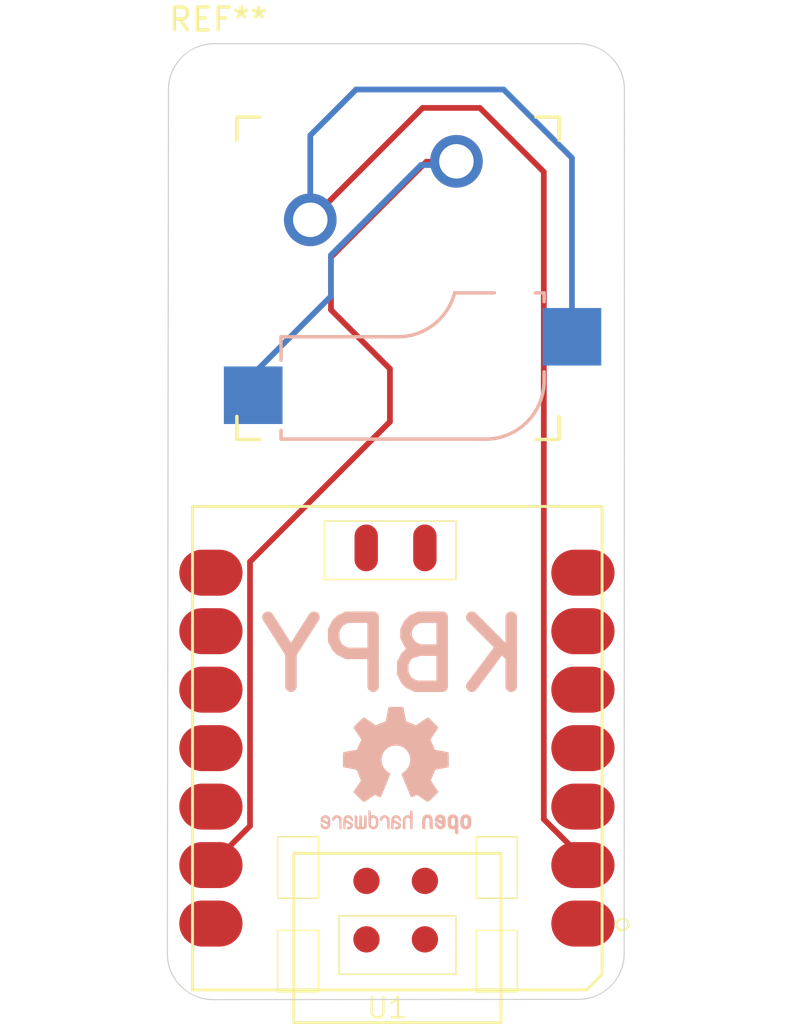
<source format=kicad_pcb>
(kicad_pcb (version 20171130) (host pcbnew "(5.1.6-0-10_14)")
  (layers (0 F.Cu signal) (31 B.Cu signal) (34 B.Paste user) (35 F.Paste user) (36 B.SilkS user) (37 F.SilkS user) (38 B.Mask user) (39 F.Mask user) (44 Edge.Cuts user))
  (net 0 "")
  (net 1 "Net-(SW1-Pad2)")
  (net 2 "Net-(SW1-Pad1)")
  (net 3 "Net-(U1-Pad20)")
  (net 4 "Net-(U1-Pad19)")
  (net 5 "Net-(U1-Pad18)")
  (net 6 "Net-(U1-Pad17)")
  (net 7 "Net-(U1-Pad16)")
  (net 8 "Net-(U1-Pad15)")
  (net 9 "Net-(U1-Pad1)")
  (net 10 "Net-(U1-Pad3)")
  (net 11 "Net-(U1-Pad4)")
  (net 12 "Net-(U1-Pad5)")
  (net 13 "Net-(U1-Pad6)")
  (net 14 "Net-(U1-Pad7)")
  (net 15 "Net-(U1-Pad8)")
  (net 16 "Net-(U1-Pad9)")
  (net 17 "Net-(U1-Pad10)")
  (net 18 "Net-(U1-Pad11)")
  (net 19 "Net-(U1-Pad12)")
  (net 20 "Net-(U1-Pad14)")
  (module Symbol:OSHW-Logo2_7.3x6mm_SilkScreen (layer B.Cu) (at 124.79 115.19 180)
    (fp_text reference REF** hide)
    (fp_text value OSHW-Logo2_7.3x6mm_SilkScreen hide)
    (fp_poly (pts (xy -2.400256 -1.919918) (xy -2.344799 -1.947568) (xy -2.295852 -1.99848) (xy -2.282371 -2.017338) (xy -2.267686 -2.042015) (xy -2.258158 -2.068816) (xy -2.252707 -2.104587) (xy -2.250253 -2.156169) (xy -2.249714 -2.224267) (xy -2.252148 -2.317588) (xy -2.260606 -2.387657) (xy -2.276826 -2.439931) (xy -2.302546 -2.479869) (xy -2.339503 -2.512929) (xy -2.342218 -2.514886) (xy -2.37864 -2.534908) (xy -2.422498 -2.544815) (xy -2.478276 -2.547257) (xy -2.568952 -2.547257) (xy -2.56899 -2.635283) (xy -2.569834 -2.684308) (xy -2.574976 -2.713065) (xy -2.588413 -2.730311) (xy -2.614142 -2.744808) (xy -2.620321 -2.747769) (xy -2.649236 -2.761648) (xy -2.671624 -2.770414) (xy -2.688271 -2.771171) (xy -2.699964 -2.761023) (xy -2.70749 -2.737073) (xy -2.711634 -2.696426) (xy -2.713185 -2.636186) (xy -2.712929 -2.553455) (xy -2.711651 -2.445339) (xy -2.711252 -2.413) (xy -2.709815 -2.301524) (xy -2.708528 -2.228603) (xy -2.569029 -2.228603) (xy -2.568245 -2.290499) (xy -2.56476 -2.330997) (xy -2.556876 -2.357708) (xy -2.542895 -2.378244) (xy -2.533403 -2.38826) (xy -2.494596 -2.417567) (xy -2.460237 -2.419952) (xy -2.424784 -2.39575) (xy -2.423886 -2.394857) (xy -2.409461 -2.376153) (xy -2.400687 -2.350732) (xy -2.396261 -2.311584) (xy -2.394882 -2.251697) (xy -2.394857 -2.23843) (xy -2.398188 -2.155901) (xy -2.409031 -2.098691) (xy -2.42866 -2.063766) (xy -2.45835 -2.048094) (xy -2.475509 -2.046514) (xy -2.516234 -2.053926) (xy -2.544168 -2.07833) (xy -2.560983 -2.12298) (xy -2.56835 -2.19113) (xy -2.569029 -2.228603) (xy -2.708528 -2.228603) (xy -2.708292 -2.215245) (xy -2.706323 -2.150333) (xy -2.70355 -2.102958) (xy -2.699612 -2.06929) (xy -2.694151 -2.045498) (xy -2.686808 -2.027753) (xy -2.677223 -2.012224) (xy -2.673113 -2.006381) (xy -2.618595 -1.951185) (xy -2.549664 -1.91989) (xy -2.469928 -1.911165) (xy -2.400256 -1.919918)) (layer B.SilkS) (width 0.01))
    (fp_poly (pts (xy -1.283907 -1.92778) (xy -1.237328 -1.954723) (xy -1.204943 -1.981466) (xy -1.181258 -2.009484) (xy -1.164941 -2.043748) (xy -1.154661 -2.089227) (xy -1.149086 -2.150892) (xy -1.146884 -2.233711) (xy -1.146629 -2.293246) (xy -1.146629 -2.512391) (xy -1.208314 -2.540044) (xy -1.27 -2.567697) (xy -1.277257 -2.32767) (xy -1.280256 -2.238028) (xy -1.283402 -2.172962) (xy -1.287299 -2.128026) (xy -1.292553 -2.09877) (xy -1.299769 -2.080748) (xy -1.30955 -2.069511) (xy -1.312688 -2.067079) (xy -1.360239 -2.048083) (xy -1.408303 -2.0556) (xy -1.436914 -2.075543) (xy -1.448553 -2.089675) (xy -1.456609 -2.10822) (xy -1.461729 -2.136334) (xy -1.464559 -2.179173) (xy -1.465744 -2.241895) (xy -1.465943 -2.307261) (xy -1.465982 -2.389268) (xy -1.467386 -2.447316) (xy -1.472086 -2.486465) (xy -1.482013 -2.51178) (xy -1.499097 -2.528323) (xy -1.525268 -2.541156) (xy -1.560225 -2.554491) (xy -1.598404 -2.569007) (xy -1.593859 -2.311389) (xy -1.592029 -2.218519) (xy -1.589888 -2.149889) (xy -1.586819 -2.100711) (xy -1.582206 -2.066198) (xy -1.575432 -2.041562) (xy -1.565881 -2.022016) (xy -1.554366 -2.00477) (xy -1.49881 -1.94968) (xy -1.43102 -1.917822) (xy -1.357287 -1.910191) (xy -1.283907 -1.92778)) (layer B.SilkS) (width 0.01))
    (fp_poly (pts (xy -2.958885 -1.921962) (xy -2.890855 -1.957733) (xy -2.840649 -2.015301) (xy -2.822815 -2.052312) (xy -2.808937 -2.107882) (xy -2.801833 -2.178096) (xy -2.80116 -2.254727) (xy -2.806573 -2.329552) (xy -2.81773 -2.394342) (xy -2.834286 -2.440873) (xy -2.839374 -2.448887) (xy -2.899645 -2.508707) (xy -2.971231 -2.544535) (xy -3.048908 -2.55502) (xy -3.127452 -2.53881) (xy -3.149311 -2.529092) (xy -3.191878 -2.499143) (xy -3.229237 -2.459433) (xy -3.232768 -2.454397) (xy -3.247119 -2.430124) (xy -3.256606 -2.404178) (xy -3.26221 -2.370022) (xy -3.264914 -2.321119) (xy -3.265701 -2.250935) (xy -3.265714 -2.2352) (xy -3.265678 -2.230192) (xy -3.120571 -2.230192) (xy -3.119727 -2.29643) (xy -3.116404 -2.340386) (xy -3.109417 -2.368779) (xy -3.097584 -2.388325) (xy -3.091543 -2.394857) (xy -3.056814 -2.41968) (xy -3.023097 -2.418548) (xy -2.989005 -2.397016) (xy -2.968671 -2.374029) (xy -2.956629 -2.340478) (xy -2.949866 -2.287569) (xy -2.949402 -2.281399) (xy -2.948248 -2.185513) (xy -2.960312 -2.114299) (xy -2.98543 -2.068194) (xy -3.02344 -2.047635) (xy -3.037008 -2.046514) (xy -3.072636 -2.052152) (xy -3.097006 -2.071686) (xy -3.111907 -2.109042) (xy -3.119125 -2.16815) (xy -3.120571 -2.230192) (xy -3.265678 -2.230192) (xy -3.265174 -2.160413) (xy -3.262904 -2.108159) (xy -3.257932 -2.071949) (xy -3.249287 -2.045299) (xy -3.235995 -2.021722) (xy -3.233057 -2.017338) (xy -3.183687 -1.958249) (xy -3.129891 -1.923947) (xy -3.064398 -1.910331) (xy -3.042158 -1.909665) (xy -2.958885 -1.921962)) (layer B.SilkS) (width 0.01))
    (fp_poly (pts (xy -1.831697 -1.931239) (xy -1.774473 -1.969735) (xy -1.730251 -2.025335) (xy -1.703833 -2.096086) (xy -1.69849 -2.148162) (xy -1.699097 -2.169893) (xy -1.704178 -2.186531) (xy -1.718145 -2.201437) (xy -1.745411 -2.217973) (xy -1.790388 -2.239498) (xy -1.857489 -2.269374) (xy -1.857829 -2.269524) (xy -1.919593 -2.297813) (xy -1.970241 -2.322933) (xy -2.004596 -2.342179) (xy -2.017482 -2.352848) (xy -2.017486 -2.352934) (xy -2.006128 -2.376166) (xy -1.979569 -2.401774) (xy -1.949077 -2.420221) (xy -1.93363 -2.423886) (xy -1.891485 -2.411212) (xy -1.855192 -2.379471) (xy -1.837483 -2.344572) (xy -1.820448 -2.318845) (xy -1.787078 -2.289546) (xy -1.747851 -2.264235) (xy -1.713244 -2.250471) (xy -1.706007 -2.249714) (xy -1.697861 -2.26216) (xy -1.69737 -2.293972) (xy -1.703357 -2.336866) (xy -1.714643 -2.382558) (xy -1.73005 -2.422761) (xy -1.730829 -2.424322) (xy -1.777196 -2.489062) (xy -1.837289 -2.533097) (xy -1.905535 -2.554711) (xy -1.976362 -2.552185) (xy -2.044196 -2.523804) (xy -2.047212 -2.521808) (xy -2.100573 -2.473448) (xy -2.13566 -2.410352) (xy -2.155078 -2.327387) (xy -2.157684 -2.304078) (xy -2.162299 -2.194055) (xy -2.156767 -2.142748) (xy -2.017486 -2.142748) (xy -2.015676 -2.174753) (xy -2.005778 -2.184093) (xy -1.981102 -2.177105) (xy -1.942205 -2.160587) (xy -1.898725 -2.139881) (xy -1.897644 -2.139333) (xy -1.860791 -2.119949) (xy -1.846 -2.107013) (xy -1.849647 -2.093451) (xy -1.865005 -2.075632) (xy -1.904077 -2.049845) (xy -1.946154 -2.04795) (xy -1.983897 -2.066717) (xy -2.009966 -2.102915) (xy -2.017486 -2.142748) (xy -2.156767 -2.142748) (xy -2.152806 -2.106027) (xy -2.12845 -2.036212) (xy -2.094544 -1.987302) (xy -2.033347 -1.937878) (xy -1.965937 -1.913359) (xy -1.89712 -1.911797) (xy -1.831697 -1.931239)) (layer B.SilkS) (width 0.01))
    (fp_poly (pts (xy -0.624114 -1.851289) (xy -0.619861 -1.910613) (xy -0.614975 -1.945572) (xy -0.608205 -1.96082) (xy -0.598298 -1.961015) (xy -0.595086 -1.959195) (xy -0.552356 -1.946015) (xy -0.496773 -1.946785) (xy -0.440263 -1.960333) (xy -0.404918 -1.977861) (xy -0.368679 -2.005861) (xy -0.342187 -2.037549) (xy -0.324001 -2.077813) (xy -0.312678 -2.131543) (xy -0.306778 -2.203626) (xy -0.304857 -2.298951) (xy -0.304823 -2.317237) (xy -0.3048 -2.522646) (xy -0.350509 -2.53858) (xy -0.382973 -2.54942) (xy -0.400785 -2.554468) (xy -0.401309 -2.554514) (xy -0.403063 -2.540828) (xy -0.404556 -2.503076) (xy -0.405674 -2.446224) (xy -0.406303 -2.375234) (xy -0.4064 -2.332073) (xy -0.406602 -2.246973) (xy -0.407642 -2.185981) (xy -0.410169 -2.144177) (xy -0.414836 -2.116642) (xy -0.422293 -2.098456) (xy -0.433189 -2.084698) (xy -0.439993 -2.078073) (xy -0.486728 -2.051375) (xy -0.537728 -2.049375) (xy -0.583999 -2.071955) (xy -0.592556 -2.080107) (xy -0.605107 -2.095436) (xy -0.613812 -2.113618) (xy -0.619369 -2.139909) (xy -0.622474 -2.179562) (xy -0.623824 -2.237832) (xy -0.624114 -2.318173) (xy -0.624114 -2.522646) (xy -0.669823 -2.53858) (xy -0.702287 -2.54942) (xy -0.720099 -2.554468) (xy -0.720623 -2.554514) (xy -0.721963 -2.540623) (xy -0.723172 -2.501439) (xy -0.724199 -2.4407) (xy -0.724998 -2.362141) (xy -0.725519 -2.269498) (xy -0.725714 -2.166509) (xy -0.725714 -1.769342) (xy -0.678543 -1.749444) (xy -0.631371 -1.729547) (xy -0.624114 -1.851289)) (layer B.SilkS) (width 0.01))
    (fp_poly (pts (xy 0.039744 -1.950968) (xy 0.096616 -1.972087) (xy 0.097267 -1.972493) (xy 0.13244 -1.99838) (xy 0.158407 -2.028633) (xy 0.17667 -2.068058) (xy 0.188732 -2.121462) (xy 0.196096 -2.193651) (xy 0.200264 -2.289432) (xy 0.200629 -2.303078) (xy 0.205876 -2.508842) (xy 0.161716 -2.531678) (xy 0.129763 -2.54711) (xy 0.11047 -2.554423) (xy 0.109578 -2.554514) (xy 0.106239 -2.541022) (xy 0.103587 -2.504626) (xy 0.101956 -2.451452) (xy 0.1016 -2.408393) (xy 0.101592 -2.338641) (xy 0.098403 -2.294837) (xy 0.087288 -2.273944) (xy 0.063501 -2.272925) (xy 0.022296 -2.288741) (xy -0.039914 -2.317815) (xy -0.085659 -2.341963) (xy -0.109187 -2.362913) (xy -0.116104 -2.385747) (xy -0.116114 -2.386877) (xy -0.104701 -2.426212) (xy -0.070908 -2.447462) (xy -0.019191 -2.450539) (xy 0.018061 -2.450006) (xy 0.037703 -2.460735) (xy 0.049952 -2.486505) (xy 0.057002 -2.519337) (xy 0.046842 -2.537966) (xy 0.043017 -2.540632) (xy 0.007001 -2.55134) (xy -0.043434 -2.552856) (xy -0.095374 -2.545759) (xy -0.132178 -2.532788) (xy -0.183062 -2.489585) (xy -0.211986 -2.429446) (xy -0.217714 -2.382462) (xy -0.213343 -2.340082) (xy -0.197525 -2.305488) (xy -0.166203 -2.274763) (xy -0.115322 -2.24399) (xy -0.040824 -2.209252) (xy -0.036286 -2.207288) (xy 0.030821 -2.176287) (xy 0.072232 -2.150862) (xy 0.089981 -2.128014) (xy 0.086107 -2.104745) (xy 0.062643 -2.078056) (xy 0.055627 -2.071914) (xy 0.00863 -2.0481) (xy -0.040067 -2.049103) (xy -0.082478 -2.072451) (xy -0.110616 -2.115675) (xy -0.113231 -2.12416) (xy -0.138692 -2.165308) (xy -0.170999 -2.185128) (xy -0.217714 -2.20477) (xy -0.217714 -2.15395) (xy -0.203504 -2.080082) (xy -0.161325 -2.012327) (xy -0.139376 -1.989661) (xy -0.089483 -1.960569) (xy -0.026033 -1.9474) (xy 0.039744 -1.950968)) (layer B.SilkS) (width 0.01))
    (fp_poly (pts (xy 0.529926 -1.949755) (xy 0.595858 -1.974084) (xy 0.649273 -2.017117) (xy 0.670164 -2.047409) (xy 0.692939 -2.102994) (xy 0.692466 -2.143186) (xy 0.668562 -2.170217) (xy 0.659717 -2.174813) (xy 0.62153 -2.189144) (xy 0.602028 -2.185472) (xy 0.595422 -2.161407) (xy 0.595086 -2.148114) (xy 0.582992 -2.09921) (xy 0.551471 -2.064999) (xy 0.507659 -2.048476) (xy 0.458695 -2.052634) (xy 0.418894 -2.074227) (xy 0.40545 -2.086544) (xy 0.395921 -2.101487) (xy 0.389485 -2.124075) (xy 0.385317 -2.159328) (xy 0.382597 -2.212266) (xy 0.380502 -2.287907) (xy 0.37996 -2.311857) (xy 0.377981 -2.39379) (xy 0.375731 -2.451455) (xy 0.372357 -2.489608) (xy 0.367006 -2.513004) (xy 0.358824 -2.526398) (xy 0.346959 -2.534545) (xy 0.339362 -2.538144) (xy 0.307102 -2.550452) (xy 0.288111 -2.554514) (xy 0.281836 -2.540948) (xy 0.278006 -2.499934) (xy 0.2766 -2.430999) (xy 0.277598 -2.333669) (xy 0.277908 -2.318657) (xy 0.280101 -2.229859) (xy 0.282693 -2.165019) (xy 0.286382 -2.119067) (xy 0.291864 -2.086935) (xy 0.299835 -2.063553) (xy 0.310993 -2.043852) (xy 0.31683 -2.03541) (xy 0.350296 -1.998057) (xy 0.387727 -1.969003) (xy 0.392309 -1.966467) (xy 0.459426 -1.946443) (xy 0.529926 -1.949755)) (layer B.SilkS) (width 0.01))
    (fp_poly (pts (xy 1.190117 -2.065358) (xy 1.189933 -2.173837) (xy 1.189219 -2.257287) (xy 1.187675 -2.319704) (xy 1.185001 -2.365085) (xy 1.180894 -2.397429) (xy 1.175055 -2.420733) (xy 1.167182 -2.438995) (xy 1.161221 -2.449418) (xy 1.111855 -2.505945) (xy 1.049264 -2.541377) (xy 0.980013 -2.55409) (xy 0.910668 -2.542463) (xy 0.869375 -2.521568) (xy 0.826025 -2.485422) (xy 0.796481 -2.441276) (xy 0.778655 -2.383462) (xy 0.770463 -2.306313) (xy 0.769302 -2.249714) (xy 0.769458 -2.245647) (xy 0.870857 -2.245647) (xy 0.871476 -2.31055) (xy 0.874314 -2.353514) (xy 0.88084 -2.381622) (xy 0.892523 -2.401953) (xy 0.906483 -2.417288) (xy 0.953365 -2.44689) (xy 1.003701 -2.449419) (xy 1.051276 -2.424705) (xy 1.054979 -2.421356) (xy 1.070783 -2.403935) (xy 1.080693 -2.383209) (xy 1.086058 -2.352362) (xy 1.088228 -2.304577) (xy 1.088571 -2.251748) (xy 1.087827 -2.185381) (xy 1.084748 -2.141106) (xy 1.078061 -2.112009) (xy 1.066496 -2.091173) (xy 1.057013 -2.080107) (xy 1.01296 -2.052198) (xy 0.962224 -2.048843) (xy 0.913796 -2.070159) (xy 0.90445 -2.078073) (xy 0.88854 -2.095647) (xy 0.87861 -2.116587) (xy 0.873278 -2.147782) (xy 0.871163 -2.196122) (xy 0.870857 -2.245647) (xy 0.769458 -2.245647) (xy 0.77281 -2.158568) (xy 0.784726 -2.090086) (xy 0.807135 -2.0386) (xy 0.842124 -1.998443) (xy 0.869375 -1.977861) (xy 0.918907 -1.955625) (xy 0.976316 -1.945304) (xy 1.029682 -1.948067) (xy 1.059543 -1.959212) (xy 1.071261 -1.962383) (xy 1.079037 -1.950557) (xy 1.084465 -1.918866) (xy 1.088571 -1.870593) (xy 1.093067 -1.816829) (xy 1.099313 -1.784482) (xy 1.110676 -1.765985) (xy 1.130528 -1.75377) (xy 1.143 -1.748362) (xy 1.190171 -1.728601) (xy 1.190117 -2.065358)) (layer B.SilkS) (width 0.01))
    (fp_poly (pts (xy 1.779833 -1.958663) (xy 1.782048 -1.99685) (xy 1.783784 -2.054886) (xy 1.784899 -2.12818) (xy 1.785257 -2.205055) (xy 1.785257 -2.465196) (xy 1.739326 -2.511127) (xy 1.707675 -2.539429) (xy 1.67989 -2.550893) (xy 1.641915 -2.550168) (xy 1.62684 -2.548321) (xy 1.579726 -2.542948) (xy 1.540756 -2.539869) (xy 1.531257 -2.539585) (xy 1.499233 -2.541445) (xy 1.453432 -2.546114) (xy 1.435674 -2.548321) (xy 1.392057 -2.551735) (xy 1.362745 -2.54432) (xy 1.33368 -2.521427) (xy 1.323188 -2.511127) (xy 1.277257 -2.465196) (xy 1.277257 -1.978602) (xy 1.314226 -1.961758) (xy 1.346059 -1.949282) (xy 1.364683 -1.944914) (xy 1.369458 -1.958718) (xy 1.373921 -1.997286) (xy 1.377775 -2.056356) (xy 1.380722 -2.131663) (xy 1.382143 -2.195286) (xy 1.386114 -2.445657) (xy 1.420759 -2.450556) (xy 1.452268 -2.447131) (xy 1.467708 -2.436041) (xy 1.472023 -2.415308) (xy 1.475708 -2.371145) (xy 1.478469 -2.309146) (xy 1.480012 -2.234909) (xy 1.480235 -2.196706) (xy 1.480457 -1.976783) (xy 1.526166 -1.960849) (xy 1.558518 -1.950015) (xy 1.576115 -1.944962) (xy 1.576623 -1.944914) (xy 1.578388 -1.958648) (xy 1.580329 -1.99673) (xy 1.582282 -2.054482) (xy 1.584084 -2.127227) (xy 1.585343 -2.195286) (xy 1.589314 -2.445657) (xy 1.6764 -2.445657) (xy 1.680396 -2.21724) (xy 1.684392 -1.988822) (xy 1.726847 -1.966868) (xy 1.758192 -1.951793) (xy 1.776744 -1.944951) (xy 1.777279 -1.944914) (xy 1.779833 -1.958663)) (layer B.SilkS) (width 0.01))
    (fp_poly (pts (xy 2.144876 -1.956335) (xy 2.186667 -1.975344) (xy 2.219469 -1.998378) (xy 2.243503 -2.024133) (xy 2.260097 -2.057358) (xy 2.270577 -2.1028) (xy 2.276271 -2.165207) (xy 2.278507 -2.249327) (xy 2.278743 -2.304721) (xy 2.278743 -2.520826) (xy 2.241774 -2.53767) (xy 2.212656 -2.549981) (xy 2.198231 -2.554514) (xy 2.195472 -2.541025) (xy 2.193282 -2.504653) (xy 2.191942 -2.451542) (xy 2.191657 -2.409372) (xy 2.190434 -2.348447) (xy 2.187136 -2.300115) (xy 2.182321 -2.270518) (xy 2.178496 -2.264229) (xy 2.152783 -2.270652) (xy 2.112418 -2.287125) (xy 2.065679 -2.309458) (xy 2.020845 -2.333457) (xy 1.986193 -2.35493) (xy 1.970002 -2.369685) (xy 1.969938 -2.369845) (xy 1.97133 -2.397152) (xy 1.983818 -2.423219) (xy 2.005743 -2.444392) (xy 2.037743 -2.451474) (xy 2.065092 -2.450649) (xy 2.103826 -2.450042) (xy 2.124158 -2.459116) (xy 2.136369 -2.483092) (xy 2.137909 -2.487613) (xy 2.143203 -2.521806) (xy 2.129047 -2.542568) (xy 2.092148 -2.552462) (xy 2.052289 -2.554292) (xy 1.980562 -2.540727) (xy 1.943432 -2.521355) (xy 1.897576 -2.475845) (xy 1.873256 -2.419983) (xy 1.871073 -2.360957) (xy 1.891629 -2.305953) (xy 1.922549 -2.271486) (xy 1.95342 -2.252189) (xy 2.001942 -2.227759) (xy 2.058485 -2.202985) (xy 2.06791 -2.199199) (xy 2.130019 -2.171791) (xy 2.165822 -2.147634) (xy 2.177337 -2.123619) (xy 2.16658 -2.096635) (xy 2.148114 -2.075543) (xy 2.104469 -2.049572) (xy 2.056446 -2.047624) (xy 2.012406 -2.067637) (xy 1.980709 -2.107551) (xy 1.976549 -2.117848) (xy 1.952327 -2.155724) (xy 1.916965 -2.183842) (xy 1.872343 -2.206917) (xy 1.872343 -2.141485) (xy 1.874969 -2.101506) (xy 1.88623 -2.069997) (xy 1.911199 -2.036378) (xy 1.935169 -2.010484) (xy 1.972441 -1.973817) (xy 2.001401 -1.954121) (xy 2.032505 -1.94622) (xy 2.067713 -1.944914) (xy 2.144876 -1.956335)) (layer B.SilkS) (width 0.01))
    (fp_poly (pts (xy 2.6526 -1.958752) (xy 2.669948 -1.966334) (xy 2.711356 -1.999128) (xy 2.746765 -2.046547) (xy 2.768664 -2.097151) (xy 2.772229 -2.122098) (xy 2.760279 -2.156927) (xy 2.734067 -2.175357) (xy 2.705964 -2.186516) (xy 2.693095 -2.188572) (xy 2.686829 -2.173649) (xy 2.674456 -2.141175) (xy 2.669028 -2.126502) (xy 2.63859 -2.075744) (xy 2.59452 -2.050427) (xy 2.53801 -2.051206) (xy 2.533825 -2.052203) (xy 2.503655 -2.066507) (xy 2.481476 -2.094393) (xy 2.466327 -2.139287) (xy 2.45725 -2.204615) (xy 2.453286 -2.293804) (xy 2.452914 -2.341261) (xy 2.45273 -2.416071) (xy 2.451522 -2.467069) (xy 2.448309 -2.499471) (xy 2.442109 -2.518495) (xy 2.43194 -2.529356) (xy 2.416819 -2.537272) (xy 2.415946 -2.53767) (xy 2.386828 -2.549981) (xy 2.372403 -2.554514) (xy 2.370186 -2.540809) (xy 2.368289 -2.502925) (xy 2.366847 -2.445715) (xy 2.365998 -2.374027) (xy 2.365829 -2.321565) (xy 2.366692 -2.220047) (xy 2.37007 -2.143032) (xy 2.377142 -2.086023) (xy 2.389088 -2.044526) (xy 2.40709 -2.014043) (xy 2.432327 -1.99008) (xy 2.457247 -1.973355) (xy 2.517171 -1.951097) (xy 2.586911 -1.946076) (xy 2.6526 -1.958752)) (layer B.SilkS) (width 0.01))
    (fp_poly (pts (xy 3.153595 -1.966966) (xy 3.211021 -2.004497) (xy 3.238719 -2.038096) (xy 3.260662 -2.099064) (xy 3.262405 -2.147308) (xy 3.258457 -2.211816) (xy 3.109686 -2.276934) (xy 3.037349 -2.310202) (xy 2.990084 -2.336964) (xy 2.965507 -2.360144) (xy 2.961237 -2.382667) (xy 2.974889 -2.407455) (xy 2.989943 -2.423886) (xy 3.033746 -2.450235) (xy 3.081389 -2.452081) (xy 3.125145 -2.431546) (xy 3.157289 -2.390752) (xy 3.163038 -2.376347) (xy 3.190576 -2.331356) (xy 3.222258 -2.312182) (xy 3.265714 -2.295779) (xy 3.265714 -2.357966) (xy 3.261872 -2.400283) (xy 3.246823 -2.435969) (xy 3.21528 -2.476943) (xy 3.210592 -2.482267) (xy 3.175506 -2.51872) (xy 3.145347 -2.538283) (xy 3.107615 -2.547283) (xy 3.076335 -2.55023) (xy 3.020385 -2.550965) (xy 2.980555 -2.54166) (xy 2.955708 -2.527846) (xy 2.916656 -2.497467) (xy 2.889625 -2.464613) (xy 2.872517 -2.423294) (xy 2.863238 -2.367521) (xy 2.859693 -2.291305) (xy 2.85941 -2.252622) (xy 2.860372 -2.206247) (xy 2.948007 -2.206247) (xy 2.949023 -2.231126) (xy 2.951556 -2.2352) (xy 2.968274 -2.229665) (xy 3.004249 -2.215017) (xy 3.052331 -2.19419) (xy 3.062386 -2.189714) (xy 3.123152 -2.158814) (xy 3.156632 -2.131657) (xy 3.16399 -2.10622) (xy 3.146391 -2.080481) (xy 3.131856 -2.069109) (xy 3.07941 -2.046364) (xy 3.030322 -2.050122) (xy 2.989227 -2.077884) (xy 2.960758 -2.127152) (xy 2.951631 -2.166257) (xy 2.948007 -2.206247) (xy 2.860372 -2.206247) (xy 2.861285 -2.162249) (xy 2.868196 -2.095384) (xy 2.881884 -2.046695) (xy 2.904096 -2.010849) (xy 2.936574 -1.982513) (xy 2.950733 -1.973355) (xy 3.015053 -1.949507) (xy 3.085473 -1.948006) (xy 3.153595 -1.966966)) (layer B.SilkS) (width 0.01))
    (fp_poly (pts (xy 0.10391 2.757652) (xy 0.182454 2.757222) (xy 0.239298 2.756058) (xy 0.278105 2.753793) (xy 0.302538 2.75006) (xy 0.316262 2.744494) (xy 0.32294 2.736727) (xy 0.326236 2.726395) (xy 0.326556 2.725057) (xy 0.331562 2.700921) (xy 0.340829 2.653299) (xy 0.353392 2.587259) (xy 0.368287 2.507872) (xy 0.384551 2.420204) (xy 0.385119 2.417125) (xy 0.40141 2.331211) (xy 0.416652 2.255304) (xy 0.429861 2.193955) (xy 0.440054 2.151718) (xy 0.446248 2.133145) (xy 0.446543 2.132816) (xy 0.464788 2.123747) (xy 0.502405 2.108633) (xy 0.551271 2.090738) (xy 0.551543 2.090642) (xy 0.613093 2.067507) (xy 0.685657 2.038035) (xy 0.754057 2.008403) (xy 0.757294 2.006938) (xy 0.868702 1.956374) (xy 1.115399 2.12484) (xy 1.191077 2.176197) (xy 1.259631 2.222111) (xy 1.317088 2.25997) (xy 1.359476 2.287163) (xy 1.382825 2.301079) (xy 1.385042 2.302111) (xy 1.40201 2.297516) (xy 1.433701 2.275345) (xy 1.481352 2.234553) (xy 1.546198 2.174095) (xy 1.612397 2.109773) (xy 1.676214 2.046388) (xy 1.733329 1.988549) (xy 1.780305 1.939825) (xy 1.813703 1.90379) (xy 1.830085 1.884016) (xy 1.830694 1.882998) (xy 1.832505 1.869428) (xy 1.825683 1.847267) (xy 1.80854 1.813522) (xy 1.779393 1.7652) (xy 1.736555 1.699308) (xy 1.679448 1.614483) (xy 1.628766 1.539823) (xy 1.583461 1.47286) (xy 1.54615 1.417484) (xy 1.519452 1.37758) (xy 1.505985 1.357038) (xy 1.505137 1.355644) (xy 1.506781 1.335962) (xy 1.519245 1.297707) (xy 1.540048 1.248111) (xy 1.547462 1.232272) (xy 1.579814 1.16171) (xy 1.614328 1.081647) (xy 1.642365 1.012371) (xy 1.662568 0.960955) (xy 1.678615 0.921881) (xy 1.687888 0.901459) (xy 1.689041 0.899886) (xy 1.706096 0.897279) (xy 1.746298 0.890137) (xy 1.804302 0.879477) (xy 1.874763 0.866315) (xy 1.952335 0.851667) (xy 2.031672 0.836551) (xy 2.107431 0.821982) (xy 2.174264 0.808978) (xy 2.226828 0.798555) (xy 2.259776 0.79173) (xy 2.267857 0.789801) (xy 2.276205 0.785038) (xy 2.282506 0.774282) (xy 2.287045 0.753902) (xy 2.290104 0.720266) (xy 2.291967 0.669745) (xy 2.292918 0.598708) (xy 2.29324 0.503524) (xy 2.293257 0.464508) (xy 2.293257 0.147201) (xy 2.217057 0.132161) (xy 2.174663 0.124005) (xy 2.1114 0.112101) (xy 2.034962 0.097884) (xy 1.953043 0.08279) (xy 1.9304 0.078645) (xy 1.854806 0.063947) (xy 1.788953 0.049495) (xy 1.738366 0.036625) (xy 1.708574 0.026678) (xy 1.703612 0.023713) (xy 1.691426 0.002717) (xy 1.673953 -0.037967) (xy 1.654577 -0.090322) (xy 1.650734 -0.1016) (xy 1.625339 -0.171523) (xy 1.593817 -0.250418) (xy 1.562969 -0.321266) (xy 1.562817 -0.321595) (xy 1.511447 -0.432733) (xy 1.680399 -0.681253) (xy 1.849352 -0.929772) (xy 1.632429 -1.147058) (xy 1.566819 -1.211726) (xy 1.506979 -1.268733) (xy 1.456267 -1.315033) (xy 1.418046 -1.347584) (xy 1.395675 -1.363343) (xy 1.392466 -1.364343) (xy 1.373626 -1.356469) (xy 1.33518 -1.334578) (xy 1.28133 -1.301267) (xy 1.216276 -1.259131) (xy 1.14594 -1.211943) (xy 1.074555 -1.16381) (xy 1.010908 -1.121928) (xy 0.959041 -1.088871) (xy 0.922995 -1.067218) (xy 0.906867 -1.059543) (xy 0.887189 -1.066037) (xy 0.849875 -1.08315) (xy 0.802621 -1.107326) (xy 0.797612 -1.110013) (xy 0.733977 -1.141927) (xy 0.690341 -1.157579) (xy 0.663202 -1.157745) (xy 0.649057 -1.143204) (xy 0.648975 -1.143) (xy 0.641905 -1.125779) (xy 0.625042 -1.084899) (xy 0.599695 -1.023525) (xy 0.567171 -0.944819) (xy 0.528778 -0.851947) (xy 0.485822 -0.748072) (xy 0.444222 -0.647502) (xy 0.398504 -0.536516) (xy 0.356526 -0.433703) (xy 0.319548 -0.342215) (xy 0.288827 -0.265201) (xy 0.265622 -0.205815) (xy 0.25119 -0.167209) (xy 0.246743 -0.1528) (xy 0.257896 -0.136272) (xy 0.287069 -0.10993) (xy 0.325971 -0.080887) (xy 0.436757 0.010961) (xy 0.523351 0.116241) (xy 0.584716 0.232734) (xy 0.619815 0.358224) (xy 0.627608 0.490493) (xy 0.621943 0.551543) (xy 0.591078 0.678205) (xy 0.53792 0.790059) (xy 0.465767 0.885999) (xy 0.377917 0.964924) (xy 0.277665 1.02573) (xy 0.16831 1.067313) (xy 0.053147 1.088572) (xy -0.064525 1.088401) (xy -0.18141 1.065699) (xy -0.294211 1.019362) (xy -0.399631 0.948287) (xy -0.443632 0.908089) (xy -0.528021 0.804871) (xy -0.586778 0.692075) (xy -0.620296 0.57299) (xy -0.628965 0.450905) (xy -0.613177 0.329107) (xy -0.573322 0.210884) (xy -0.509793 0.099525) (xy -0.422979 -0.001684) (xy -0.325971 -0.080887) (xy -0.285563 -0.111162) (xy -0.257018 -0.137219) (xy -0.246743 -0.152825) (xy -0.252123 -0.169843) (xy -0.267425 -0.2105) (xy -0.291388 -0.271642) (xy -0.322756 -0.350119) (xy -0.360268 -0.44278) (xy -0.402667 -0.546472) (xy -0.444337 -0.647526) (xy -0.49031 -0.758607) (xy -0.532893 -0.861541) (xy -0.570779 -0.953165) (xy -0.60266 -1.030316) (xy -0.627229 -1.089831) (xy -0.64318 -1.128544) (xy -0.64909 -1.143) (xy -0.663052 -1.157685) (xy -0.69006 -1.157642) (xy -0.733587 -1.142099) (xy -0.79711 -1.110284) (xy -0.797612 -1.110013) (xy -0.84544 -1.085323) (xy -0.884103 -1.067338) (xy -0.905905 -1.059614) (xy -0.906867 -1.059543) (xy -0.923279 -1.067378) (xy -0.959513 -1.089165) (xy -1.011526 -1.122328) (xy -1.075275 -1.164291) (xy -1.14594 -1.211943) (xy -1.217884 -1.260191) (xy -1.282726 -1.302151) (xy -1.336265 -1.335227) (xy -1.374303 -1.356821) (xy -1.392467 -1.364343) (xy -1.409192 -1.354457) (xy -1.44282 -1.326826) (xy -1.48999 -1.284495) (xy -1.547342 -1.230505) (xy -1.611516 -1.167899) (xy -1.632503 -1.146983) (xy -1.849501 -0.929623) (xy -1.684332 -0.68722) (xy -1.634136 -0.612781) (xy -1.590081 -0.545972) (xy -1.554638 -0.490665) (xy -1.530281 -0.450729) (xy -1.519478 -0.430036) (xy -1.519162 -0.428563) (xy -1.524857 -0.409058) (xy -1.540174 -0.369822) (xy -1.562463 -0.31743) (xy -1.578107 -0.282355) (xy -1.607359 -0.215201) (xy -1.634906 -0.147358) (xy -1.656263 -0.090034) (xy -1.662065 -0.072572) (xy -1.678548 -0.025938) (xy -1.69466 0.010095) (xy -1.70351 0.023713) (xy -1.72304 0.032048) (xy -1.765666 0.043863) (xy -1.825855 0.057819) (xy -1.898078 0.072578) (xy -1.9304 0.078645) (xy -2.012478 0.093727) (xy -2.091205 0.108331) (xy -2.158891 0.12102) (xy -2.20784 0.130358) (xy -2.217057 0.132161) (xy -2.293257 0.147201) (xy -2.293257 0.464508) (xy -2.293086 0.568846) (xy -2.292384 0.647787) (xy -2.290866 0.704962) (xy -2.288251 0.744001) (xy -2.284254 0.768535) (xy -2.278591 0.782195) (xy -2.27098 0.788611) (xy -2.267857 0.789801) (xy -2.249022 0.79402) (xy -2.207412 0.802438) (xy -2.14837 0.814039) (xy -2.077243 0.827805) (xy -1.999375 0.84272) (xy -1.920113 0.857768) (xy -1.844802 0.871931) (xy -1.778787 0.884194) (xy -1.727413 0.893539) (xy -1.696025 0.89895) (xy -1.689041 0.899886) (xy -1.682715 0.912404) (xy -1.66871 0.945754) (xy -1.649645 0.993623) (xy -1.642366 1.012371) (xy -1.613004 1.084805) (xy -1.578429 1.16483) (xy -1.547463 1.232272) (xy -1.524677 1.283841) (xy -1.509518 1.326215) (xy -1.504458 1.352166) (xy -1.505264 1.355644) (xy -1.515959 1.372064) (xy -1.54038 1.408583) (xy -1.575905 1.461313) (xy -1.619913 1.526365) (xy -1.669783 1.599849) (xy -1.679644 1.614355) (xy -1.737508 1.700296) (xy -1.780044 1.765739) (xy -1.808946 1.813696) (xy -1.82591 1.84718) (xy -1.832633 1.869205) (xy -1.83081 1.882783) (xy -1.830764 1.882869) (xy -1.816414 1.900703) (xy -1.784677 1.935183) (xy -1.73899 1.982732) (xy -1.682796 2.039778) (xy -1.619532 2.102745) (xy -1.612398 2.109773) (xy -1.53267 2.18698) (xy -1.471143 2.24367) (xy -1.426579 2.28089) (xy -1.397743 2.299685) (xy -1.385042 2.302111) (xy -1.366506 2.291529) (xy -1.328039 2.267084) (xy -1.273614 2.231388) (xy -1.207202 2.187053) (xy -1.132775 2.136689) (xy -1.115399 2.12484) (xy -0.868703 1.956374) (xy -0.757294 2.006938) (xy -0.689543 2.036405) (xy -0.616817 2.066041) (xy -0.554297 2.08967) (xy -0.551543 2.090642) (xy -0.50264 2.108543) (xy -0.464943 2.12368) (xy -0.446575 2.13279) (xy -0.446544 2.132816) (xy -0.440715 2.149283) (xy -0.430808 2.189781) (xy -0.417805 2.249758) (xy -0.402691 2.32466) (xy -0.386448 2.409936) (xy -0.385119 2.417125) (xy -0.368825 2.504986) (xy -0.353867 2.58474) (xy -0.341209 2.651319) (xy -0.331814 2.699653) (xy -0.326646 2.724675) (xy -0.326556 2.725057) (xy -0.323411 2.735701) (xy -0.317296 2.743738) (xy -0.304547 2.749533) (xy -0.2815 2.753453) (xy -0.244491 2.755865) (xy -0.189856 2.757135) (xy -0.113933 2.757629) (xy -0.013056 2.757714) (xy 0 2.757714) (xy 0.10391 2.757652)) (layer B.SilkS) (width 0.01))
  )
  (module MountingHole:MountingHole_2.2mm_M2 (layer F.Cu) (at 132.66 102.12)
    (fp_text reference REF** hide)
    (fp_text value MountingHole_2.2mm_M2)
    (pad 1 np_thru_hole circle (at 0 0) (size 2.2 2.2) (drill 2.2) (layers *.Cu *.Mask))
  )
  (module MountingHole:MountingHole_2.2mm_M2 (layer F.Cu) (at 117.07 85.77)
    (fp_text reference REF** (at 0 -3.2) (layer F.SilkS))
    (fp_text value MountingHole_2.2mm_M2)
    (pad 1 np_thru_hole circle (at 0 0) (size 2.2 2.2) (drill 2.2) (layers *.Cu *.Mask))
  )
  (module Hotswap:Kailh_socket_MX_optional (layer F.Cu) (at 124.88 93.81)
    (fp_text reference SW1 hide)
    (fp_text value MX)
    (fp_line (start -7 -6) (end -7 -7) (layer F.SilkS) (width 0.15))
    (fp_line (start -7 7) (end -6 7) (layer F.SilkS) (width 0.15))
    (fp_line (start -6 -7) (end -7 -7) (layer F.SilkS) (width 0.15))
    (fp_line (start -7 7) (end -7 6) (layer F.SilkS) (width 0.15))
    (fp_line (start 7 6) (end 7 7) (layer F.SilkS) (width 0.15))
    (fp_line (start 7 -7) (end 6 -7) (layer F.SilkS) (width 0.15))
    (fp_line (start 6 7) (end 7 7) (layer F.SilkS) (width 0.15))
    (fp_line (start 7 -7) (end 7 -6) (layer F.SilkS) (width 0.15))
    (fp_line (start 6.35 4.445) (end 6.35 4.064) (layer B.SilkS) (width 0.15))
    (fp_line (start 6.35 1.016) (end 6.35 0.635) (layer B.SilkS) (width 0.15))
    (fp_line (start 6.35 0.635) (end 5.969 0.635) (layer B.SilkS) (width 0.15))
    (fp_line (start 4.191 0.635) (end 2.54 0.635) (layer B.SilkS) (width 0.15))
    (fp_line (start 0 2.54) (end -5.08 2.54) (layer B.SilkS) (width 0.15))
    (fp_line (start -5.08 2.54) (end -5.08 3.556) (layer B.SilkS) (width 0.15))
    (fp_line (start -5.08 6.604) (end -5.08 6.985) (layer B.SilkS) (width 0.15))
    (fp_line (start -5.08 6.985) (end 3.81 6.985) (layer B.SilkS) (width 0.15))
    (fp_arc (start 0 0) (end 0 2.54) (angle -75.96375653) (layer B.SilkS) (width 0.15))
    (fp_arc (start 3.81 4.445) (end 3.81 6.985) (angle -90) (layer B.SilkS) (width 0.15))
    (pad 2 smd rect (at 7.56 2.54) (size 2.55 2.5) (layers B.Cu B.Paste B.Mask) (net 1 "Net-(SW1-Pad2)"))
    (pad "" np_thru_hole circle (at -5.08 0) (size 1.7018 1.7018) (drill 1.7018) (layers *.Cu *.Mask))
    (pad "" np_thru_hole circle (at 5.08 0) (size 1.7018 1.7018) (drill 1.7018) (layers *.Cu *.Mask))
    (pad 2 thru_hole circle (at -3.81 -2.54) (size 2.286 2.286) (drill 1.4986) (layers *.Cu *.Mask) (net 1 "Net-(SW1-Pad2)"))
    (pad "" np_thru_hole circle (at 0 0) (size 3.9878 3.9878) (drill 3.9878) (layers *.Cu *.Mask))
    (pad 1 thru_hole circle (at 2.54 -5.08) (size 2.286 2.286) (drill 1.4986) (layers *.Cu *.Mask) (net 2 "Net-(SW1-Pad1)"))
    (pad "" np_thru_hole circle (at 3.81 2.54) (size 3 3) (drill 3) (layers *.Cu *.Mask))
    (pad "" np_thru_hole circle (at -2.54 5.08) (size 3 3) (drill 3) (layers *.Cu *.Mask))
    (pad 1 smd rect (at -6.29 5.08) (size 2.55 2.5) (layers B.Cu B.Paste B.Mask) (net 2 "Net-(SW1-Pad1)"))
  )
  (module "Xiao:Seeeduino XIAO-MOUDLE14P-2.54-21X17.8MM" (layer F.Cu) (at 133.75 103.72 180)
    (fp_text reference U1 (at 9.3345 -21.7805) (layer F.SilkS) (effects (font (size 0.889 0.889) (thickness 0.1016))))
    (fp_text value SeeeduinoXIAO hide)
    (fp_line (start 6.35 -17.78) (end 11.43 -17.78) (layer F.SilkS) (width 0.06604))
    (fp_line (start 11.43 -17.78) (end 11.43 -20.32) (layer F.SilkS) (width 0.06604))
    (fp_line (start 6.35 -20.32) (end 11.43 -20.32) (layer F.SilkS) (width 0.06604))
    (fp_line (start 6.35 -17.78) (end 6.35 -20.32) (layer F.SilkS) (width 0.06604))
    (fp_line (start 6.35 -0.635) (end 12.065 -0.635) (layer F.SilkS) (width 0.06604))
    (fp_line (start 12.065 -0.635) (end 12.065 -3.175) (layer F.SilkS) (width 0.06604))
    (fp_line (start 6.35 -3.175) (end 12.065 -3.175) (layer F.SilkS) (width 0.06604))
    (fp_line (start 6.35 -0.635) (end 6.35 -3.175) (layer F.SilkS) (width 0.06604))
    (fp_line (start 3.683 -18.415) (end 5.461 -18.415) (layer F.SilkS) (width 0.06604))
    (fp_line (start 5.461 -18.415) (end 5.461 -21.082) (layer F.SilkS) (width 0.06604))
    (fp_line (start 3.683 -21.082) (end 5.461 -21.082) (layer F.SilkS) (width 0.06604))
    (fp_line (start 3.683 -18.415) (end 3.683 -21.082) (layer F.SilkS) (width 0.06604))
    (fp_line (start 3.683 -14.34846) (end 5.461 -14.34846) (layer F.SilkS) (width 0.06604))
    (fp_line (start 5.461 -14.34846) (end 5.461 -17.018) (layer F.SilkS) (width 0.06604))
    (fp_line (start 3.683 -17.018) (end 5.461 -17.018) (layer F.SilkS) (width 0.06604))
    (fp_line (start 3.683 -14.34846) (end 3.683 -17.018) (layer F.SilkS) (width 0.06604))
    (fp_line (start 12.319 -14.34846) (end 14.097 -14.34846) (layer F.SilkS) (width 0.06604))
    (fp_line (start 14.097 -14.34846) (end 14.097 -17.018) (layer F.SilkS) (width 0.06604))
    (fp_line (start 12.319 -17.018) (end 14.097 -17.018) (layer F.SilkS) (width 0.06604))
    (fp_line (start 12.319 -14.34846) (end 12.319 -17.018) (layer F.SilkS) (width 0.06604))
    (fp_line (start 12.319 -18.415) (end 14.097 -18.415) (layer F.SilkS) (width 0.06604))
    (fp_line (start 14.097 -18.415) (end 14.097 -21.082) (layer F.SilkS) (width 0.06604))
    (fp_line (start 12.319 -21.082) (end 14.097 -21.082) (layer F.SilkS) (width 0.06604))
    (fp_line (start 12.319 -18.415) (end 12.319 -21.082) (layer F.SilkS) (width 0.06604))
    (fp_line (start 0 0) (end 17.79778 0) (layer F.SilkS) (width 0.127))
    (fp_line (start 17.79778 0) (end 17.79778 -20.99818) (layer F.SilkS) (width 0.127))
    (fp_line (start 17.79778 -20.99818) (end 0.67056 -20.99818) (layer F.SilkS) (width 0.127))
    (fp_line (start 0.67056 -20.99818) (end 0 -20.32762) (layer F.SilkS) (width 0.127))
    (fp_line (start 0 -20.32762) (end 0 0) (layer F.SilkS) (width 0.127))
    (fp_line (start 4.39928 -22.42312) (end 13.39342 -22.42312) (layer F.SilkS) (width 0.127))
    (fp_line (start 13.39342 -22.42312) (end 13.39342 -15.06982) (layer F.SilkS) (width 0.127))
    (fp_line (start 13.39342 -15.06982) (end 4.3942 -15.06982) (layer F.SilkS) (width 0.127))
    (fp_line (start 4.3942 -15.06982) (end 4.3942 -22.42312) (layer F.SilkS) (width 0.127))
    (fp_circle (center -0.889 -18.161) (end -0.889 -18.415) (layer F.SilkS) (width 0.1))
    (pad 20 smd circle (at 10.238803 -16.264187 270) (size 1.143 1.143) (layers F.Cu F.Paste F.Mask) (net 3 "Net-(U1-Pad20)"))
    (pad 19 smd circle (at 7.698803 -16.264187 270) (size 1.143 1.143) (layers F.Cu F.Paste F.Mask) (net 4 "Net-(U1-Pad19)"))
    (pad 18 smd circle (at 10.238803 -18.804187 270) (size 1.143 1.143) (layers F.Cu F.Paste F.Mask) (net 5 "Net-(U1-Pad18)"))
    (pad 17 smd circle (at 7.698803 -18.804187 270) (size 1.143 1.143) (layers F.Cu F.Paste F.Mask) (net 6 "Net-(U1-Pad17)"))
    (pad 16 smd oval (at 10.25 -1.8 270) (size 2.032 1.016) (layers F.Cu F.Paste F.Mask) (net 7 "Net-(U1-Pad16)"))
    (pad 15 smd oval (at 7.7 -1.8 270) (size 2.032 1.016) (layers F.Cu F.Paste F.Mask) (net 8 "Net-(U1-Pad15)"))
    (pad 1 smd oval (at 0.83312 -18.11782 180) (size 2.74828 1.99898) (layers F.Cu F.Paste F.Mask) (net 9 "Net-(U1-Pad1)"))
    (pad 2 smd oval (at 0.83312 -15.57782 180) (size 2.74828 1.99898) (layers F.Cu F.Paste F.Mask) (net 1 "Net-(SW1-Pad2)"))
    (pad 3 smd oval (at 0.83312 -13.03782 180) (size 2.74828 1.99898) (layers F.Cu F.Paste F.Mask) (net 10 "Net-(U1-Pad3)"))
    (pad 4 smd oval (at 0.83312 -10.49782 180) (size 2.74828 1.99898) (layers F.Cu F.Paste F.Mask) (net 11 "Net-(U1-Pad4)"))
    (pad 5 smd oval (at 0.83312 -7.95782 180) (size 2.74828 1.99898) (layers F.Cu F.Paste F.Mask) (net 12 "Net-(U1-Pad5)"))
    (pad 6 smd oval (at 0.83312 -5.41782 180) (size 2.74828 1.99898) (layers F.Cu F.Paste F.Mask) (net 13 "Net-(U1-Pad6)"))
    (pad 7 smd oval (at 0.83312 -2.87782 180) (size 2.74828 1.99898) (layers F.Cu F.Paste F.Mask) (net 14 "Net-(U1-Pad7)"))
    (pad 8 smd oval (at 16.99768 -2.87782 180) (size 2.74828 1.99898) (layers F.Cu F.Paste F.Mask) (net 15 "Net-(U1-Pad8)"))
    (pad 9 smd oval (at 16.99768 -5.41782 180) (size 2.74828 1.99898) (layers F.Cu F.Paste F.Mask) (net 16 "Net-(U1-Pad9)"))
    (pad 10 smd oval (at 16.99768 -7.95782 180) (size 2.74828 1.99898) (layers F.Cu F.Paste F.Mask) (net 17 "Net-(U1-Pad10)"))
    (pad 11 smd oval (at 16.99768 -10.49782 180) (size 2.74828 1.99898) (layers F.Cu F.Paste F.Mask) (net 18 "Net-(U1-Pad11)"))
    (pad 12 smd oval (at 16.99768 -13.03782 180) (size 2.74828 1.99898) (layers F.Cu F.Paste F.Mask) (net 19 "Net-(U1-Pad12)"))
    (pad 13 smd oval (at 16.99768 -15.57782 180) (size 2.74828 1.99898) (layers F.Cu F.Paste F.Mask) (net 2 "Net-(SW1-Pad1)"))
    (pad 14 smd oval (at 16.99768 -18.11782 180) (size 2.74828 1.99898) (layers F.Cu F.Paste F.Mask) (net 20 "Net-(U1-Pad14)"))
  )
  (gr_arc (start 116.85123 123.15) (end 114.86 123.15) (angle -90) (layer Edge.Cuts) (width 0.05))
  (gr_arc (start 116.90123 85.61) (end 116.90123 83.61877) (angle -90) (layer Edge.Cuts) (width 0.05))
  (gr_arc (start 132.71877 123.13877) (end 132.71877 125.13) (angle -90) (layer Edge.Cuts) (width 0.05))
  (gr_arc (start 132.72877 85.61) (end 134.72 85.61) (angle -90) (layer Edge.Cuts) (width 0.05))
  (gr_text KBPY (at 124.73 110.17) (layer B.SilkS) (effects (font (size 3 3) (thickness 0.5)) (justify mirror)))
  (gr_line (start 114.91 85.61) (end 114.86 123.15) (layer Edge.Cuts) (width 0.05))
  (gr_line (start 132.72877 83.61877) (end 116.90123 83.61877) (layer Edge.Cuts) (width 0.05))
  (gr_line (start 134.71 123.13877) (end 134.72 85.61) (layer Edge.Cuts) (width 0.05))
  (gr_line (start 116.85123 125.14123) (end 132.71877 125.13) (layer Edge.Cuts) (width 0.05))
  (segment (start 131.21773 117.306445) (end 131.21773 89.18773) (width 0.25) (layer F.Cu) (net 1))
  (segment (start 132.91688 119.005595) (end 131.21773 117.306445) (width 0.25) (layer F.Cu) (net 1))
  (segment (start 132.91688 119.29782) (end 132.91688 119.005595) (width 0.25) (layer F.Cu) (net 1))
  (segment (start 131.21773 89.18773) (end 128.44 86.41) (width 0.25) (layer F.Cu) (net 1))
  (segment (start 128.44 86.41) (end 125.95 86.41) (width 0.25) (layer F.Cu) (net 1))
  (segment (start 125.95 86.41) (end 121.08 91.28) (width 0.25) (layer F.Cu) (net 1))
  (segment (start 132.44 88.58) (end 132.44 96.37) (width 0.25) (layer B.Cu) (net 1))
  (segment (start 123.06 85.61) (end 129.47 85.61) (width 0.25) (layer B.Cu) (net 1))
  (segment (start 121.07 87.6) (end 123.06 85.61) (width 0.25) (layer B.Cu) (net 1))
  (segment (start 129.47 85.61) (end 132.44 88.58) (width 0.25) (layer B.Cu) (net 1))
  (segment (start 121.07 91.27) (end 121.07 87.6) (width 0.25) (layer B.Cu) (net 1))
  (segment (start 121.97 92.89) (end 126.11 88.75) (width 0.25) (layer F.Cu) (net 2))
  (segment (start 121.97 95.18) (end 121.97 92.89) (width 0.25) (layer F.Cu) (net 2))
  (segment (start 124.53 100.04) (end 124.53 97.74) (width 0.25) (layer F.Cu) (net 2))
  (segment (start 118.45147 106.11853) (end 124.53 100.04) (width 0.25) (layer F.Cu) (net 2))
  (segment (start 124.53 97.74) (end 121.97 95.18) (width 0.25) (layer F.Cu) (net 2))
  (segment (start 118.45147 117.59867) (end 118.45147 106.11853) (width 0.25) (layer F.Cu) (net 2))
  (segment (start 126.11 88.75) (end 127.39 88.75) (width 0.25) (layer F.Cu) (net 2))
  (segment (start 116.75232 119.29782) (end 118.45147 117.59867) (width 0.25) (layer F.Cu) (net 2))
  (segment (start 118.59 98.89) (end 118.59 97.97) (width 0.25) (layer B.Cu) (net 2))
  (segment (start 118.59 97.97) (end 121.97 94.59) (width 0.25) (layer B.Cu) (net 2))
  (segment (start 121.97 94.59) (end 121.97 92.8) (width 0.25) (layer B.Cu) (net 2))
  (segment (start 121.97 92.8) (end 125.88 88.89) (width 0.25) (layer B.Cu) (net 2))
  (segment (start 125.88 88.89) (end 127.45 88.89) (width 0.25) (layer B.Cu) (net 2))
)
</source>
